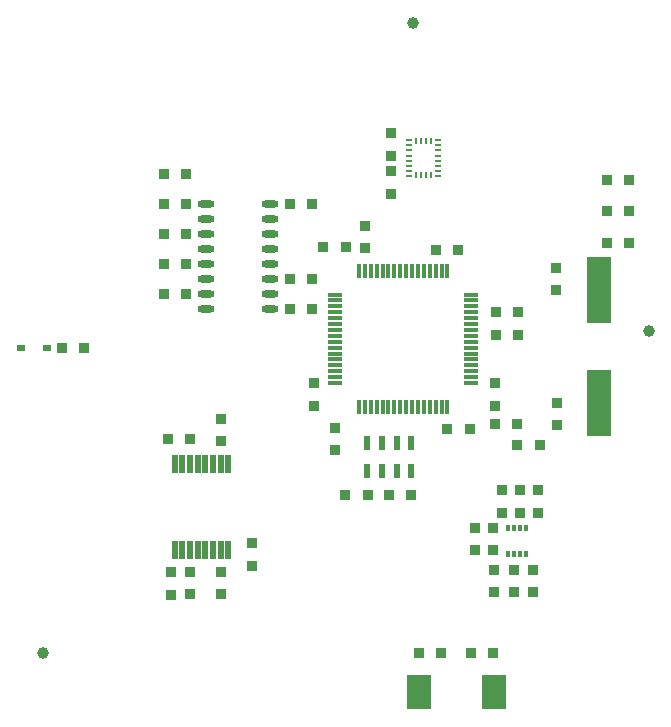
<source format=gtp>
G04*
G04 #@! TF.GenerationSoftware,Altium Limited,Altium Designer,20.0.11 (256)*
G04*
G04 Layer_Color=8421504*
%FSLAX44Y44*%
%MOMM*%
G71*
G01*
G75*
%ADD15R,0.5300X1.3100*%
%ADD16R,0.9000X0.9000*%
%ADD17R,2.0000X3.0000*%
%ADD18C,1.0000*%
%ADD19O,1.4500X0.6000*%
%ADD20R,0.3000X0.5200*%
%ADD21R,0.9000X0.9000*%
%ADD22R,0.5300X0.2800*%
%ADD23R,0.2800X0.5300*%
%ADD24R,2.1000X5.6000*%
%ADD25R,0.5000X1.6500*%
%ADD26R,1.2000X0.3000*%
%ADD27R,0.3000X1.2000*%
%ADD28R,0.8000X0.5000*%
D15*
X322000Y237000D02*
D03*
X334500D02*
D03*
X347000D02*
D03*
Y213000D02*
D03*
X334500D02*
D03*
X322000D02*
D03*
X309500Y237000D02*
D03*
Y213000D02*
D03*
D16*
X156210Y388620D02*
D03*
X137210D02*
D03*
X156210Y363220D02*
D03*
X137210D02*
D03*
X243840Y350520D02*
D03*
X262840D02*
D03*
X243840Y375920D02*
D03*
X262840D02*
D03*
X243840Y439420D02*
D03*
X262840D02*
D03*
X156210D02*
D03*
X137210D02*
D03*
Y464820D02*
D03*
X156210D02*
D03*
X137210Y414020D02*
D03*
X156210D02*
D03*
X416000Y59000D02*
D03*
X397000D02*
D03*
X50850Y317500D02*
D03*
X69850D02*
D03*
X353000Y59000D02*
D03*
X372000D02*
D03*
X310000Y193000D02*
D03*
X291000D02*
D03*
X328000Y193000D02*
D03*
X347000D02*
D03*
X512340Y459740D02*
D03*
X531340D02*
D03*
X512340Y433070D02*
D03*
X531340D02*
D03*
X512340Y406400D02*
D03*
X531340D02*
D03*
X436501Y252563D02*
D03*
X417501D02*
D03*
X455500Y235000D02*
D03*
X436500D02*
D03*
X140500Y240520D02*
D03*
X159501D02*
D03*
X377500Y248520D02*
D03*
X396501D02*
D03*
X367501Y400520D02*
D03*
X386501D02*
D03*
X291501Y402520D02*
D03*
X272500D02*
D03*
D17*
X353000Y26000D02*
D03*
X417000D02*
D03*
D18*
X348000Y592000D02*
D03*
X548000Y332000D02*
D03*
X35000Y59000D02*
D03*
D19*
X227500Y350500D02*
D03*
Y363200D02*
D03*
Y375900D02*
D03*
Y388600D02*
D03*
Y401300D02*
D03*
Y414000D02*
D03*
Y426700D02*
D03*
Y439400D02*
D03*
X173000Y350500D02*
D03*
Y363200D02*
D03*
Y375900D02*
D03*
Y388600D02*
D03*
Y401300D02*
D03*
Y414000D02*
D03*
Y426700D02*
D03*
Y439400D02*
D03*
D20*
X443750Y164920D02*
D03*
X438750D02*
D03*
X433750D02*
D03*
X428750D02*
D03*
X443750Y142420D02*
D03*
X438750D02*
D03*
X433750D02*
D03*
X428750D02*
D03*
D21*
X454030Y177800D02*
D03*
Y196800D02*
D03*
X438790Y177800D02*
D03*
Y196800D02*
D03*
X417200Y129490D02*
D03*
Y110490D02*
D03*
X433710Y129490D02*
D03*
Y110490D02*
D03*
X450220Y129540D02*
D03*
Y110540D02*
D03*
X423550Y196800D02*
D03*
Y177800D02*
D03*
X330000Y480000D02*
D03*
Y499000D02*
D03*
Y467000D02*
D03*
Y448000D02*
D03*
X400690Y165100D02*
D03*
Y146100D02*
D03*
X415930Y165100D02*
D03*
Y146100D02*
D03*
X185501Y257520D02*
D03*
Y238520D02*
D03*
Y127563D02*
D03*
Y108562D02*
D03*
X159500Y127563D02*
D03*
Y108562D02*
D03*
X212000Y133000D02*
D03*
Y152000D02*
D03*
X143000Y127500D02*
D03*
Y108500D02*
D03*
X282501Y249520D02*
D03*
Y230520D02*
D03*
X307501Y401520D02*
D03*
Y420520D02*
D03*
X469501Y385020D02*
D03*
Y366020D02*
D03*
X470500Y252020D02*
D03*
Y271020D02*
D03*
X437500Y347520D02*
D03*
Y328520D02*
D03*
X418501Y347520D02*
D03*
Y328520D02*
D03*
X417501Y287520D02*
D03*
Y268520D02*
D03*
X264501Y287520D02*
D03*
Y268520D02*
D03*
D22*
X344800Y462950D02*
D03*
X369200D02*
D03*
Y467250D02*
D03*
Y471550D02*
D03*
Y475850D02*
D03*
Y480150D02*
D03*
Y484450D02*
D03*
Y488750D02*
D03*
Y493050D02*
D03*
X344800D02*
D03*
Y488750D02*
D03*
Y484450D02*
D03*
Y480150D02*
D03*
Y475850D02*
D03*
Y471550D02*
D03*
Y467250D02*
D03*
D23*
X350550Y463300D02*
D03*
X354850D02*
D03*
X359150D02*
D03*
X363450D02*
D03*
Y492700D02*
D03*
X359150D02*
D03*
X354850D02*
D03*
X350550D02*
D03*
D24*
X505793Y271020D02*
D03*
Y366020D02*
D03*
D25*
X192001Y219020D02*
D03*
X185501D02*
D03*
X179000D02*
D03*
X172500D02*
D03*
X166000D02*
D03*
X159501D02*
D03*
X153000D02*
D03*
X146501D02*
D03*
X192001Y146520D02*
D03*
X185501D02*
D03*
X179000D02*
D03*
X172500D02*
D03*
X166000D02*
D03*
X159501D02*
D03*
X153000D02*
D03*
X146501D02*
D03*
D26*
X397501Y287500D02*
D03*
Y292500D02*
D03*
Y297500D02*
D03*
Y302500D02*
D03*
Y307500D02*
D03*
Y312500D02*
D03*
Y317500D02*
D03*
Y322500D02*
D03*
Y327500D02*
D03*
Y332500D02*
D03*
Y337500D02*
D03*
Y342500D02*
D03*
Y347500D02*
D03*
Y352500D02*
D03*
Y357500D02*
D03*
Y362500D02*
D03*
X282501D02*
D03*
Y357500D02*
D03*
Y352500D02*
D03*
Y347500D02*
D03*
Y342500D02*
D03*
Y337500D02*
D03*
Y332500D02*
D03*
Y327500D02*
D03*
Y322500D02*
D03*
Y317500D02*
D03*
Y312500D02*
D03*
Y307500D02*
D03*
Y302500D02*
D03*
Y297500D02*
D03*
Y292500D02*
D03*
Y287500D02*
D03*
D27*
X377500Y382500D02*
D03*
X372501D02*
D03*
X367501D02*
D03*
X362500D02*
D03*
X357501D02*
D03*
X352500D02*
D03*
X347500D02*
D03*
X342501D02*
D03*
X337500D02*
D03*
X332501D02*
D03*
X327500D02*
D03*
X322500D02*
D03*
X317501D02*
D03*
X312500D02*
D03*
X307501D02*
D03*
X302501D02*
D03*
Y267500D02*
D03*
X307501D02*
D03*
X312500D02*
D03*
X317501D02*
D03*
X322500D02*
D03*
X327500D02*
D03*
X332501D02*
D03*
X337500D02*
D03*
X342501D02*
D03*
X347500D02*
D03*
X352500D02*
D03*
X357501D02*
D03*
X362500D02*
D03*
X367501D02*
D03*
X372501D02*
D03*
X377500D02*
D03*
D28*
X38150Y317500D02*
D03*
X16150D02*
D03*
M02*

</source>
